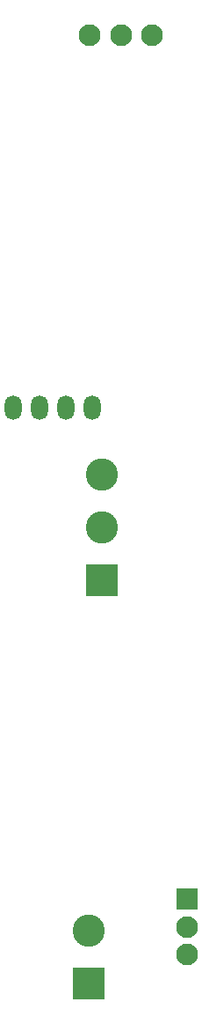
<source format=gbs>
%TF.GenerationSoftware,KiCad,Pcbnew,5.1.6-c6e7f7d~86~ubuntu18.04.1*%
%TF.CreationDate,2020-07-17T12:02:37-05:00*%
%TF.ProjectId,LightProyect,4c696768-7450-4726-9f79-6563742e6b69,rev?*%
%TF.SameCoordinates,Original*%
%TF.FileFunction,Soldermask,Bot*%
%TF.FilePolarity,Negative*%
%FSLAX46Y46*%
G04 Gerber Fmt 4.6, Leading zero omitted, Abs format (unit mm)*
G04 Created by KiCad (PCBNEW 5.1.6-c6e7f7d~86~ubuntu18.04.1) date 2020-07-17 12:02:37*
%MOMM*%
%LPD*%
G01*
G04 APERTURE LIST*
%ADD10C,3.100000*%
%ADD11R,3.100000X3.100000*%
%ADD12R,2.100000X2.100000*%
%ADD13C,2.100000*%
%ADD14O,1.624000X2.368000*%
G04 APERTURE END LIST*
D10*
%TO.C,J3*%
X122488960Y-135041640D03*
X122488960Y-140121640D03*
D11*
X122488960Y-145201640D03*
%TD*%
D12*
%TO.C,J2*%
X130637280Y-175854360D03*
D13*
X130637280Y-178550320D03*
X130637280Y-181200000D03*
%TD*%
D14*
%TO.C,M4*%
X113903760Y-128584960D03*
X116443760Y-128584960D03*
X118983760Y-128584960D03*
X121523760Y-128584960D03*
%TD*%
D10*
%TO.C,J1*%
X121213880Y-178917600D03*
D11*
X121213880Y-183997600D03*
%TD*%
D13*
%TO.C,M3*%
X121297440Y-92826840D03*
X127297440Y-92826840D03*
X124297440Y-92826840D03*
%TD*%
M02*

</source>
